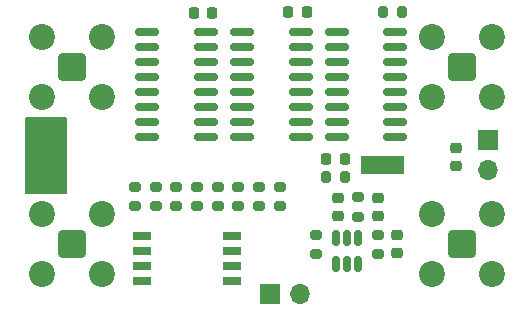
<source format=gbr>
%TF.GenerationSoftware,KiCad,Pcbnew,9.0.0*%
%TF.CreationDate,2026-01-11T13:31:27+01:00*%
%TF.ProjectId,ldc_tdc_driver,6c64635f-7464-4635-9f64-72697665722e,rev?*%
%TF.SameCoordinates,Original*%
%TF.FileFunction,Soldermask,Top*%
%TF.FilePolarity,Negative*%
%FSLAX46Y46*%
G04 Gerber Fmt 4.6, Leading zero omitted, Abs format (unit mm)*
G04 Created by KiCad (PCBNEW 9.0.0) date 2026-01-11 13:31:27*
%MOMM*%
%LPD*%
G01*
G04 APERTURE LIST*
G04 Aperture macros list*
%AMRoundRect*
0 Rectangle with rounded corners*
0 $1 Rounding radius*
0 $2 $3 $4 $5 $6 $7 $8 $9 X,Y pos of 4 corners*
0 Add a 4 corners polygon primitive as box body*
4,1,4,$2,$3,$4,$5,$6,$7,$8,$9,$2,$3,0*
0 Add four circle primitives for the rounded corners*
1,1,$1+$1,$2,$3*
1,1,$1+$1,$4,$5*
1,1,$1+$1,$6,$7*
1,1,$1+$1,$8,$9*
0 Add four rect primitives between the rounded corners*
20,1,$1+$1,$2,$3,$4,$5,0*
20,1,$1+$1,$4,$5,$6,$7,0*
20,1,$1+$1,$6,$7,$8,$9,0*
20,1,$1+$1,$8,$9,$2,$3,0*%
G04 Aperture macros list end*
%ADD10R,1.700000X1.700000*%
%ADD11O,1.700000X1.700000*%
%ADD12RoundRect,0.200000X0.275000X-0.200000X0.275000X0.200000X-0.275000X0.200000X-0.275000X-0.200000X0*%
%ADD13RoundRect,0.200100X-0.949900X0.949900X-0.949900X-0.949900X0.949900X-0.949900X0.949900X0.949900X0*%
%ADD14C,2.200000*%
%ADD15RoundRect,0.150000X-0.825000X-0.150000X0.825000X-0.150000X0.825000X0.150000X-0.825000X0.150000X0*%
%ADD16RoundRect,0.225000X0.250000X-0.225000X0.250000X0.225000X-0.250000X0.225000X-0.250000X-0.225000X0*%
%ADD17R,1.000000X1.500000*%
%ADD18RoundRect,0.190000X0.610000X0.190000X-0.610000X0.190000X-0.610000X-0.190000X0.610000X-0.190000X0*%
%ADD19RoundRect,0.225000X-0.225000X-0.250000X0.225000X-0.250000X0.225000X0.250000X-0.225000X0.250000X0*%
%ADD20RoundRect,0.225000X-0.250000X0.225000X-0.250000X-0.225000X0.250000X-0.225000X0.250000X0.225000X0*%
%ADD21RoundRect,0.200000X-0.200000X-0.275000X0.200000X-0.275000X0.200000X0.275000X-0.200000X0.275000X0*%
%ADD22RoundRect,0.150000X0.150000X-0.512500X0.150000X0.512500X-0.150000X0.512500X-0.150000X-0.512500X0*%
%ADD23RoundRect,0.200000X0.200000X0.275000X-0.200000X0.275000X-0.200000X-0.275000X0.200000X-0.275000X0*%
%ADD24RoundRect,0.150000X0.825000X0.150000X-0.825000X0.150000X-0.825000X-0.150000X0.825000X-0.150000X0*%
%ADD25RoundRect,0.200000X-0.275000X0.200000X-0.275000X-0.200000X0.275000X-0.200000X0.275000X0.200000X0*%
%ADD26RoundRect,0.225000X0.225000X0.250000X-0.225000X0.250000X-0.225000X-0.250000X0.225000X-0.250000X0*%
%ADD27RoundRect,0.200100X0.949900X-0.949900X0.949900X0.949900X-0.949900X0.949900X-0.949900X-0.949900X0*%
G04 APERTURE END LIST*
%TO.C,JP3*%
G36*
X159418600Y-53555200D02*
G01*
X161018600Y-53555200D01*
X161018600Y-55055200D01*
X159418600Y-55055200D01*
X159418600Y-53555200D01*
G37*
%TD*%
D10*
%TO.C,J2*%
X169189400Y-52197000D03*
D11*
X169189400Y-54737000D03*
%TD*%
D12*
%TO.C,R33*%
X148037550Y-57771800D03*
X148037550Y-56121800D03*
%TD*%
D13*
%TO.C,J6*%
X166940800Y-61000000D03*
D14*
X169490800Y-58450000D03*
X164390800Y-58450000D03*
X169490800Y-63550000D03*
X164390800Y-63550000D03*
%TD*%
D15*
%TO.C,U3*%
X148362900Y-43027600D03*
X148362900Y-44297600D03*
X148362900Y-45567600D03*
X148362900Y-46837600D03*
X148362900Y-48107600D03*
X148362900Y-49377600D03*
X148362900Y-50647600D03*
X148362900Y-51917600D03*
X153312900Y-51917600D03*
X153312900Y-50647600D03*
X153312900Y-49377600D03*
X153312900Y-48107600D03*
X153312900Y-46837600D03*
X153312900Y-45567600D03*
X153312900Y-44297600D03*
X153312900Y-43027600D03*
%TD*%
D16*
%TO.C,C44*%
X156464000Y-58636200D03*
X156464000Y-57086200D03*
%TD*%
D15*
%TO.C,U4*%
X140323800Y-43027600D03*
X140323800Y-44297600D03*
X140323800Y-45567600D03*
X140323800Y-46837600D03*
X140323800Y-48107600D03*
X140323800Y-49377600D03*
X140323800Y-50647600D03*
X140323800Y-51917600D03*
X145273800Y-51917600D03*
X145273800Y-50647600D03*
X145273800Y-49377600D03*
X145273800Y-48107600D03*
X145273800Y-46837600D03*
X145273800Y-45567600D03*
X145273800Y-44297600D03*
X145273800Y-43027600D03*
%TD*%
D12*
%TO.C,R7*%
X159858000Y-61831500D03*
X159858000Y-60181500D03*
%TD*%
D17*
%TO.C,JP3*%
X158918600Y-54305200D03*
X160218600Y-54305200D03*
X161518600Y-54305200D03*
%TD*%
D12*
%TO.C,R30*%
X139290425Y-57771800D03*
X139290425Y-56121800D03*
%TD*%
D18*
%TO.C,SW1*%
X147469200Y-64084200D03*
X147469200Y-62814200D03*
X147469200Y-61544200D03*
X147469200Y-60274200D03*
X139849200Y-60274200D03*
X139849200Y-61544200D03*
X139849200Y-62814200D03*
X139849200Y-64084200D03*
%TD*%
D19*
%TO.C,C45*%
X155485800Y-53797200D03*
X157035800Y-53797200D03*
%TD*%
D20*
%TO.C,C34*%
X161467800Y-60231500D03*
X161467800Y-61781500D03*
%TD*%
D12*
%TO.C,R29*%
X142789275Y-57771800D03*
X142789275Y-56121800D03*
%TD*%
D20*
%TO.C,C29*%
X166497000Y-52819000D03*
X166497000Y-54369000D03*
%TD*%
D21*
%TO.C,R27*%
X155435800Y-55346600D03*
X157085800Y-55346600D03*
%TD*%
D22*
%TO.C,U1*%
X156301400Y-62714000D03*
X157251400Y-62714000D03*
X158201400Y-62714000D03*
X158201400Y-60439000D03*
X157251400Y-60439000D03*
X156301400Y-60439000D03*
%TD*%
D12*
%TO.C,R31*%
X141039850Y-57771800D03*
X141039850Y-56121800D03*
%TD*%
%TO.C,R28*%
X144538700Y-57771800D03*
X144538700Y-56121800D03*
%TD*%
D23*
%TO.C,R26*%
X161907800Y-41376600D03*
X160257800Y-41376600D03*
%TD*%
D24*
%TO.C,U2*%
X161337800Y-51917600D03*
X161337800Y-50647600D03*
X161337800Y-49377600D03*
X161337800Y-48107600D03*
X161337800Y-46837600D03*
X161337800Y-45567600D03*
X161337800Y-44297600D03*
X161337800Y-43027600D03*
X156387800Y-43027600D03*
X156387800Y-44297600D03*
X156387800Y-45567600D03*
X156387800Y-46837600D03*
X156387800Y-48107600D03*
X156387800Y-49377600D03*
X156387800Y-50647600D03*
X156387800Y-51917600D03*
%TD*%
D25*
%TO.C,R34*%
X158161000Y-57036000D03*
X158161000Y-58686000D03*
%TD*%
D10*
%TO.C,J3*%
X150743600Y-65176800D03*
D11*
X153283600Y-65176800D03*
%TD*%
D12*
%TO.C,R32*%
X146288125Y-57771800D03*
X146288125Y-56121800D03*
%TD*%
D13*
%TO.C,J9*%
X166940800Y-46000000D03*
D14*
X169490800Y-43450000D03*
X164390800Y-43450000D03*
X169490800Y-48550000D03*
X164390800Y-48550000D03*
%TD*%
D26*
%TO.C,C46*%
X153832900Y-41376600D03*
X152282900Y-41376600D03*
%TD*%
D27*
%TO.C,J8*%
X133973000Y-46000000D03*
D14*
X131423000Y-48550000D03*
X136523000Y-48550000D03*
X131423000Y-43450000D03*
X136523000Y-43450000D03*
%TD*%
D12*
%TO.C,R36*%
X151536400Y-57771800D03*
X151536400Y-56121800D03*
%TD*%
D26*
%TO.C,C47*%
X145793800Y-41402000D03*
X144243800Y-41402000D03*
%TD*%
D12*
%TO.C,R35*%
X149786975Y-57771800D03*
X149786975Y-56121800D03*
%TD*%
D16*
%TO.C,C33*%
X159858000Y-58636000D03*
X159858000Y-57086000D03*
%TD*%
D12*
%TO.C,R25*%
X154635200Y-61831500D03*
X154635200Y-60181500D03*
%TD*%
D27*
%TO.C,J7*%
X133973000Y-61000000D03*
D14*
X131423000Y-63550000D03*
X136523000Y-63550000D03*
X131423000Y-58450000D03*
X136523000Y-58450000D03*
%TD*%
G36*
X133470839Y-50235485D02*
G01*
X133516594Y-50288289D01*
X133527800Y-50339800D01*
X133527800Y-56619600D01*
X133508115Y-56686639D01*
X133455311Y-56732394D01*
X133403800Y-56743600D01*
X130124000Y-56743600D01*
X130056961Y-56723915D01*
X130011206Y-56671111D01*
X130000000Y-56619600D01*
X130000000Y-50339800D01*
X130019685Y-50272761D01*
X130072489Y-50227006D01*
X130124000Y-50215800D01*
X133403800Y-50215800D01*
X133470839Y-50235485D01*
G37*
M02*

</source>
